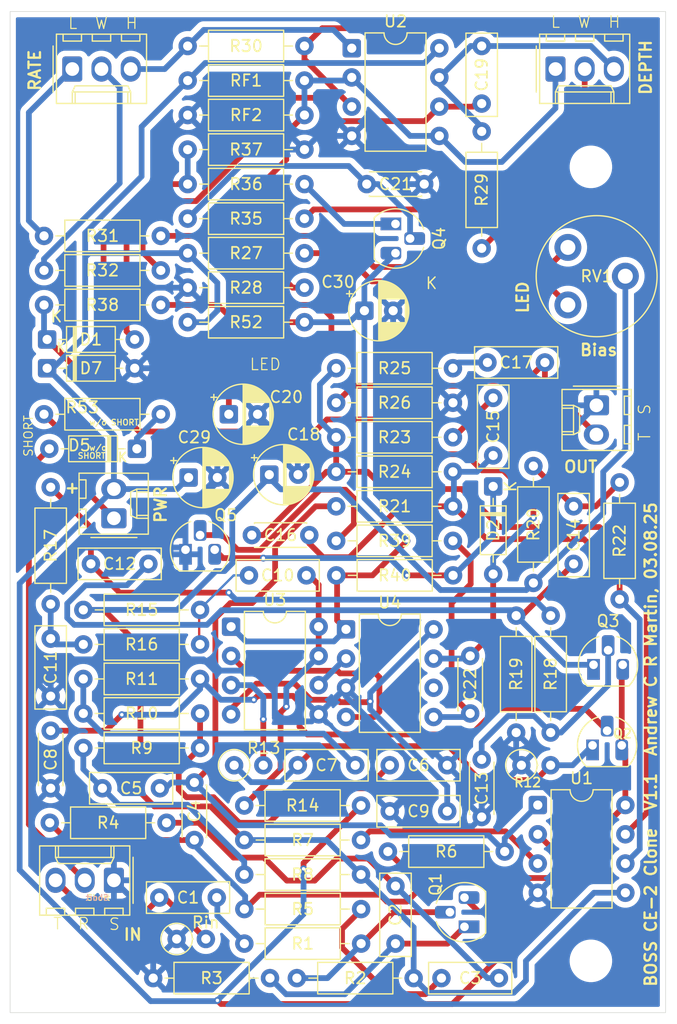
<source format=kicad_pcb>
(kicad_pcb (version 20241229) (generator "pcbnew") (generator_version "9.0")
  (title_block (title "BOSS CE-2 Clone") (date "2025-08-03") (rev "V1.1") (company "Andrew C.R. Martin") (comment 1 "V1.1 corrects input to U1, adds Rin and fixed labels; removed LED"))
  (layers (0 "F.Cu" signal) (2 "B.Cu" signal) (13 "F.Paste" user) (15 "B.Paste" user) (5 "F.SilkS" user "F.Silkscreen") (7 "B.SilkS" user "B.Silkscreen") (1 "F.Mask" user) (3 "B.Mask" user) (25 "Edge.Cuts" user))
  (net 0 "")
  (net 1 "Net-(J1-Pin_3)")
  (net 2 "Net-(C1-Pad2)")
  (net 3 "Net-(C2-Pad2)")
  (net 4 "Net-(Q1-E)")
  (net 5 "Net-(C3-Pad2)")
  (net 6 "Net-(C4-Pad2)")
  (net 7 "Net-(U1A-+)")
  (net 8 "Net-(C5-Pad2)")
  (net 9 "Net-(C6-Pad2)")
  (net 10 "GND")
  (net 11 "Net-(Q2-E)")
  (net 12 "Net-(C7-Pad2)")
  (net 13 "Net-(Q2-B)")
  (net 14 "Net-(U3-VGG)")
  (net 15 "Net-(C10-Pad1)")
  (net 16 "Net-(U3-OUT1)")
  (net 17 "Net-(C11-Pad1)")
  (net 18 "Net-(Q3-E)")
  (net 19 "Net-(C12-Pad1)")
  (net 20 "Net-(Q3-B)")
  (net 21 "Net-(C14-Pad2)")
  (net 22 "Net-(U1B--)")
  (net 23 "Net-(C15-Pad2)")
  (net 24 "Net-(C16-Pad2)")
  (net 25 "Net-(C17-Pad1)")
  (net 26 "Net-(J2-Pin_2)")
  (net 27 "+4.5V")
  (net 28 "Net-(U2B--)")
  (net 29 "Net-(J5-Pin_3)")
  (net 30 "Net-(J5-Pin_1)")
  (net 31 "Net-(Q4-B)")
  (net 32 "Net-(U4-OX3)")
  (net 33 "Net-(D1-K)")
  (net 34 "+9V")
  (net 35 "+9VA")
  (net 36 "Net-(D1-A)")
  (net 37 "Net-(D2-K)")
  (net 38 "Net-(D5-A)")
  (net 39 "Net-(D5-K)")
  (net 40 "Net-(J3-Pin_1)")
  (net 41 "Net-(J4-Pin_2)")
  (net 42 "Net-(J4-Pin_1)")
  (net 43 "Net-(J5-Pin_2)")
  (net 44 "Net-(Q1-B)")
  (net 45 "Net-(Q4-E)")
  (net 46 "Net-(Q5-B)")
  (net 47 "Net-(U1A--)")
  (net 48 "Net-(U3-IN)")
  (net 49 "Net-(R27-Pad2)")
  (net 50 "Net-(R28-Pad1)")
  (net 51 "Net-(U2A-+)")
  (net 52 "Net-(J4-Pin_3)")
  (net 53 "Net-(U3-CP2)")
  (net 54 "Net-(U3-CP1)")
  (footprint "Resistor_THT:R_Axial_DIN0207_L6.3mm_D2.5mm_P2.54mm_Vertical" (layer "F.Cu") (at 77.455 109)
    (property "Reference" "R12")
    (property "Value" "10K")
  )
  (footprint "Resistor_THT:R_Axial_DIN0207_L6.3mm_D2.5mm_P2.54mm_Vertical" (layer "F.Cu") (at 47.46 124.1)
    (property "Reference" "Rin1" (hide yes))
    (property "Value" "1M" (hide yes))
  )
  (footprint "Package_TO_SOT_THT:TO-92L_HandSolder" (layer "F.Cu") (at 72.5 123.04 90)
    (property "Reference" "Q1")
    (property "Value" "2N5088")
  )
  (footprint "Capacitor_THT:C_Disc_D4.3mm_W1.9mm_P5.00mm" (layer "F.Cu") (at 59 89 180)
    (property "Reference" "C16")
    (property "Value" "100p")
  )
  (footprint "Capacitor_THT:C_Disc_D4.3mm_W1.9mm_P5.00mm" (layer "F.Cu") (at 74 108.5 -90)
    (property "Reference" "C13")
    (property "Value" "470p")
  )
  (footprint "Capacitor_THT:C_Rect_L7.0mm_W2.5mm_P5.00mm" (layer "F.Cu") (at 74 51.5 90)
    (property "Reference" "C19")
    (property "Value" "100n")
  )
  (footprint "Resistor_THT:R_Axial_DIN0207_L6.3mm_D2.5mm_P10.16mm_Horizontal" (layer "F.Cu") (at 78.5 83 -90)
    (property "Reference" "R20")
    (property "Value" "1M")
  )
  (footprint "Resistor_THT:R_Axial_DIN0207_L6.3mm_D2.5mm_P10.16mm_Horizontal" (layer "F.Cu") (at 61.34 86.5)
    (property "Reference" "R21")
    (property "Value" "47K")
  )
  (footprint "Resistor_THT:R_Axial_DIN0207_L6.3mm_D2.5mm_P10.16mm_Horizontal" (layer "F.Cu") (at 46.08 69 180)
    (property "Reference" "R38")
    (property "Value" "150K")
  )
  (footprint "Resistor_THT:R_Axial_DIN0207_L6.3mm_D2.5mm_P10.16mm_Horizontal" (layer "F.Cu") (at 36.5 95 90)
    (property "Reference" "R17")
    (property "Value" "10K")
  )
  (footprint "Resistor_THT:R_Axial_DIN0207_L6.3mm_D2.5mm_P10.16mm_Horizontal" (layer "F.Cu") (at 36.42 114)
    (property "Reference" "R4")
    (property "Value" "47K")
  )
  (footprint "Resistor_THT:R_Axial_DIN0207_L6.3mm_D2.5mm_P10.16mm_Horizontal" (layer "F.Cu") (at 53.35 124.5)
    (property "Reference" "R1")
    (property "Value" "1K")
  )
  (footprint "Capacitor_THT:CP_Radial_D5.0mm_P2.50mm" (layer "F.Cu") (at 52 78.5)
    (property "Reference" "C20")
    (property "Value" "47u/6.3V")
  )
  (footprint "Resistor_THT:R_Axial_DIN0207_L6.3mm_D2.5mm_P2.54mm_Vertical" (layer "F.Cu") (at 52.46 109)
    (property "Reference" "R13")
    (property "Value" "4K7")
  )
  (footprint "Resistor_THT:R_Axial_DIN0207_L6.3mm_D2.5mm_P10.16mm_Horizontal" (layer "F.Cu") (at 76 116.5 180)
    (property "Reference" "R6")
    (property "Value" "47K")
  )
  (footprint "Resistor_THT:R_Axial_DIN0207_L6.3mm_D2.5mm_P10.16mm_Horizontal" (layer "F.Cu") (at 63.5 112.5 180)
    (property "Reference" "R14")
    (property "Value" "56K")
  )
  (footprint "MountingHole:MountingHole_3.2mm_M3" (layer "F.Cu") (at 38.5 126)
    (property "Reference" "REF**" (hide yes))
    (property "Value" "MountingHole_3.2mm_M3" (hide yes))
  )
  (footprint "Resistor_THT:R_Axial_DIN0207_L6.3mm_D2.5mm_P10.16mm_Horizontal" (layer "F.Cu") (at 86 84.42 -90)
    (property "Reference" "R22")
    (property "Value" "47K")
  )
  (footprint "Resistor_THT:R_Axial_DIN0207_L6.3mm_D2.5mm_P10.16mm_Horizontal" (layer "F.Cu") (at 49.5 95.5 180)
    (property "Reference" "R15")
    (property "Value" "330K")
  )
  (footprint "Resistor_THT:R_Axial_DIN0207_L6.3mm_D2.5mm_P10.16mm_Horizontal" (layer "F.Cu") (at 48.42 70.5)
    (property "Reference" "R52")
    (property "Value" "33R")
  )
  (footprint "Resistor_THT:R_Axial_DIN0207_L6.3mm_D2.5mm_P10.16mm_Horizontal" (layer "F.Cu") (at 61.34 77.5)
    (property "Reference" "R26")
    (property "Value" "100K")
  )
  (footprint "Diode_THT:D_DO-35_SOD27_P7.62mm_Horizontal" (layer "F.Cu") (at 44 81.5 180)
    (property "Reference" "D5")
    (property "Value" "1N4148")
  )
  (footprint "Capacitor_THT:C_Rect_L7.0mm_W2.5mm_P5.00mm" (layer "F.Cu") (at 75 82.08 90)
    (property "Reference" "C15")
    (property "Value" "6n8")
  )
  (footprint "Capacitor_THT:C_Rect_L7.0mm_W2.5mm_P5.00mm" (layer "F.Cu") (at 46 111 180)
    (property "Reference" "C5")
    (property "Value" "33n")
  )
  (footprint "Capacitor_THT:C_Rect_L7.0mm_W2.5mm_P5.00mm" (layer "F.Cu") (at 40 91.5)
    (property "Reference" "C12")
    (property "Value" "8n2")
  )
  (footprint "Resistor_THT:R_Axial_DIN0207_L6.3mm_D2.5mm_P10.16mm_Horizontal" (layer "F.Cu") (at 74 64.08 90)
    (property "Reference" "R29")
    (property "Value" "33K")
  )
  (footprint "Resistor_THT:R_Axial_DIN0207_L6.3mm_D2.5mm_P10.16mm_Horizontal" (layer "F.Cu") (at 35.92 63)
    (property "Reference" "R31")
    (property "Value" "10K")
  )
  (footprint "Diode_THT:D_DO-35_SOD27_P7.62mm_Horizontal" (layer "F.Cu") (at 36.19 74.5)
    (property "Reference" "D7")
    (property "Value" "11V,0.5W")
  )
  (footprint "Capacitor_THT:C_Rect_L7.0mm_W2.5mm_P5.00mm" (layer "F.Cu") (at 82 91.5 90)
    (property "Reference" "C14")
    (property "Value" "33n")
  )
  (footprint "Resistor_THT:R_Axial_DIN0207_L6.3mm_D2.5mm_P10.16mm_Horizontal" (layer "F.Cu") (at 49.5 104.5 180)
    (property "Reference" "R10")
    (property "Value" "10K")
  )
  (footprint "Capacitor_THT:C_Disc_D4.3mm_W1.9mm_P5.00mm" (layer "F.Cu") (at 73 99.5 -90)
    (property "Reference" "C22")
    (property "Value" "47p")
  )
  (footprint "Potentiometer_THT:Potentiometer_Piher_PT-10-V05_Vertical" (layer "F.Cu") (at 81.5 69)
    (property "Reference" "RV1")
    (property "Value" "10K")
  )
  (footprint "Capacitor_THT:CP_Radial_D5.0mm_P2.50mm" (layer "F.Cu") (at 63.794888 69.5)
    (property "Reference" "C30")
    (property "Value" "220u/10V")
  )
  (footprint "Capacitor_THT:C_Rect_L7.0mm_W2.5mm_P5.00mm" (layer "F.Cu") (at 58 109)
    (property "Reference" "C7")
    (property "Value" "8n2")
  )
  (footprint "Resistor_THT:R_Axial_DIN0207_L6.3mm_D2.5mm_P10.16mm_Horizontal" (layer "F.Cu") (at 63.5 115.5 180)
    (property "Reference" "R7")
    (property "Value" "10K")
  )
  (footprint "Diode_THT:D_DO-35_SOD27_P7.62mm_Horizontal" (layer "F.Cu") (at 75 84.77 -90)
    (property "Reference" "D2")
    (property "Value" "1N4148")
  )
  (footprint "Resistor_THT:R_Axial_DIN0207_L6.3mm_D2.5mm_P10.16mm_Horizontal" (layer "F.Cu") (at 53.34 118.5)
    (property "Reference" "R8")
    (property "Value" "100K")
  )
  (footprint "Resistor_THT:R_Axial_DIN0207_L6.3mm_D2.5mm_P10.16mm_Horizontal" (layer "F.Cu") (at 48.42 49.5)
    (property "Reference" "RF1")
    (property "Value" "10K")
  )
  (footprint "Resistor_THT:R_Axial_DIN0207_L6.3mm_D2.5mm_P10.16mm_Horizontal" (layer "F.Cu") (at 71.5 80.5 180)
    (property "Reference" "R23")
    (property "Value" "10K")
  )
  (footprint "Resistor_THT:R_Axial_DIN0207_L6.3mm_D2.5mm_P10.16mm_Horizontal" (layer "F.Cu") (at 48.42 55.5)
    (property "Reference" "R37")
    (property "Value" "4K7")
  )
  (footprint "Capacitor_THT:C_Rect_L7.0mm_W2.5mm_P5.00mm" (layer "F.Cu") (at 36.5 98 -90)
    (property "Reference" "C11")
    (property "Value" "3n3")
  )
  (footprint "Resistor_THT:R_Axial_DIN0207_L6.3mm_D2.5mm_P10.16mm_Horizontal" (layer "F.Cu") (at 39.34 101.5)
    (property "Reference" "R11")
    (property "Value" "10K")
  )
  (footprint "Resistor_THT:R_Axial_DIN0207_L6.3mm_D2.5mm_P10.16mm_Horizontal" (layer "F.Cu") (at 61.35 92.5)
    (property "Reference" "R40")
    (property "Value" "2K7")
  )
  (footprint "Package_TO_SOT_THT:TO-92L_HandSolder" (layer "F.Cu") (at 48.23 90.27)
    (property "Reference" "Q5")
    (property "Value" "2N5088")
  )
  (footprint "Resistor_THT:R_Axial_DIN0207_L6.3mm_D2.5mm_P10.16mm_Horizontal" (layer "F.Cu") (at 58.58 67.5 180)
    (property "Reference" "R28")
    (property "Value" "4K7")
  )
  (footprint "Resistor_THT:R_Axial_DIN0207_L6.3mm_D2.5mm_P10.16mm_Horizontal" (layer "F.Cu") (at 35.92 66)
    (property "Reference" "R32")
    (property "Value" "1M")
  )
  (footprint "Package_DIP:DIP-8_W7.62mm" (layer "F.Cu") (at 52.195 96.96)
    (property "Reference" "U3")
    (property "Value" "MN3007")
  )
  (footprint "Resistor_THT:R_Axial_DIN0207_L6.3mm_D2.5mm_P10.16mm_Horizontal" (layer "F.Cu") (at 45.42 127.5)
    (property "Reference" "R3")
    (property "Value" "10K")
  )
  (footprint "Resistor_THT:R_Axial_DIN0207_L6.3mm_D2.5mm_P10.16mm_Horizontal" (layer "F.Cu") (at 46.08 78.5 180)
    (property "Reference" "R53")
    (property "Value" "100R")
  )
  (footprint "Diode_THT:D_DO-35_SOD27_P7.62mm_Horizontal" (layer "F.Cu") (at 36.19 72)
    (property "Reference" "D1")
    (property "Value" "1N4148")
  )
  (footprint "Capacitor_THT:C_Rect_L7.0mm_W2.5mm_P5.00mm" (layer "F.Cu") (at 66.5 124.5 90)
    (property "Reference" "C2")
    (property "Value" "470n")
  )
  (footprint "Package_DIP:DIP-8_W7.62mm" (layer "F.Cu") (at 62.695 46.69)
    (property "Reference" "U2")
    (property "Value" "TL022")
  )
  (footprint "Resistor_THT:R_Axial_DIN0207_L6.3mm_D2.5mm_P10.16mm_Horizontal" (layer "F.Cu") (at 80 96 -90)
    (property "Reference" "R18")
    (property "Value" "10K")
  )
  (footprint "Capacitor_THT:C_Rect_L7.0mm_W2.5mm_P5.00mm" (layer "F.Cu") (at 74.5 74)
    (property "Reference" "C17")
    (property "Value" "1u")
  )
  (footprint "Resistor_THT:R_Axial_DIN0207_L6.3mm_D2.5mm_P10.16mm_Horizontal" (layer "F.Cu") (at 57.92 127.5)
    (property "Reference" "R2")
    (property "Value" "470K")
  )
  (footprint "Resistor_THT:R_Axial_DIN0207_L6.3mm_D2.5mm_P10.16mm_Horizontal" (layer "F.Cu") (at 71.5 83.5 180)
    (property "Reference" "R24")
    (property "Value" "47K")
  )
  (footprint "Resistor_THT:R_Axial_DIN0207_L6.3mm_D2.5mm_P10.16mm_Horizontal" (layer "F.Cu") (at 61.34 74.5)
    (property "Reference" "R25")
    (property "Value" "470R")
  )
  (footprint "Capacitor_THT:C_Rect_L7.0mm_W2.5mm_P5.00mm" (layer "F.Cu") (at 66 113)
    (property "Reference" "C9")
    (property "Value" "1u")
  )
  (footprint "Capacitor_THT:C_Rect_L7.0mm_W2.5mm_P5.00mm" (layer "F.Cu") (at 75.5 127.5 180)
    (property "Reference" "C3")
    (property "Value" "6n8")
  )
  (footprint "Capacitor_THT:C_Disc_D4.3mm_W1.9mm_P5.00mm" (layer "F.Cu") (at 49 115.5 90)
    (property "Reference" "C4")
    (property "Value" "100p")
  )
  (footprint "Capacitor_THT:C_Rect_L7.0mm_W2.5mm_P5.00mm" (layer "F.Cu") (at 53.75 92.5)
    (property "Reference" "C10")
    (property "Value" "33n")
  )
  (footprint "Resistor_THT:R_Axial_DIN0207_L6.3mm_D2.5mm_P10.16mm_Horizontal" (layer "F.Cu") (at 48.42 64.5)
    (property "Reference" "R27")
    (property "Value" "4K7")
  )
  (footprint "Resistor_THT:R_Axial_DIN0207_L6.3mm_D2.5mm_P10.16mm_Horizontal" (layer "F.Cu") (at 49.5 98.5 180)
    (property "Reference" "R16")
    (property "Value" "10K")
  )
  (footprint "Capacitor_THT:C_Disc_D4.3mm_W1.9mm_P5.00mm" (layer "F.Cu") (at 64 58.5)
    (property "Reference" "C21")
    (property "Value" "10n")
  )
  (footprint "Capacitor_THT:CP_Radial_D5.0mm_P2.50mm" (layer "F.Cu") (at 55.519888 83.75)
    (property "Reference" "C18")
    (property "Value" "47u/6.3V")
  )
  (footprint "Package_TO_SOT_THT:TO-92L_HandSolder" (layer "F.Cu") (at 83.73 100.27)
    (property "Reference" "Q3")
    (property "Value" "2N5088")
  )
  (footprint "Package_TO_SOT_THT:TO-92L_HandSolder" (layer "F.Cu") (at 83.645 107.27)
    (property "Reference" "Q2")
    (property "Value" "2N5088")
  )
  (footprint "Package_TO_SOT_THT:TO-92L_HandSolder" (layer "F.Cu") (at 66.5 61.96 -90)
    (property "Reference" "Q4")
    (property "Value" "2N5088")
  )
  (footprint "Resistor_THT:R_Axial_DIN0207_L6.3mm_D2.5mm_P10.16mm_Horizontal" (layer "F.Cu") (at 58.58 58.5 180)
    (property "Reference" "R36")
    (property "Value" "4K7")
  )
  (footprint "Resistor_THT:R_Axial_DIN0207_L6.3mm_D2.5mm_P10.16mm_Horizontal" (layer "F.Cu") (at 71.5 89.5 180)
    (property "Reference" "R39")
    (property "Value" "33K")
  )
  (footprint "MountingHole:MountingHole_3.2mm_M3" (layer "F.Cu") (at 83.5 126)
    (property "Reference" "REF**" (hide yes))
    (property "Value" "MountingHole_3.2mm_M3" (hide yes))
  )
  (footprint "Resistor_THT:R_Axial_DIN0207_L6.3mm_D2.5mm_P10.16mm_Horizontal" (layer "F.Cu") (at 58.58 46.5 180)
    (property "Reference" "R30")
    (property "Value" "47K")
  )
  (footprint "Resistor_THT:R_Axial_DIN0207_L6.3mm_D2.5mm_P10.16mm_Horizontal" (layer "F.Cu") (at 77 96 -90)
    (property "Reference" "R19")
    (property "Value" "10K")
  )
  (footprint "Resistor_THT:R_Axial_DIN0207_L6.3mm_D2.5mm_P10.16mm_Horizontal" (layer "F.Cu") (at 58.58 61.5 180)
    (property "Reference" "R35")
    (property "Value" "220K")
  )
  (footprint "MountingHole:MountingHole_3.2mm_M3" (layer "F.Cu") (at 38.5 57)
    (property "Reference" "REF**" (hide yes))
    (property "Value" "MountingHole_3.2mm_M3" (hide yes))
  )
  (footprint "Connector_Molex:Molex_KK-254_AE-6410-02A_1x02_P2.54mm_Vertical" (layer "F.Cu") (at 42 87.54 90)
    (property "Reference" "J3" (hide yes))
    (property "Value" "KK254/2")
  )
  (footprint "Connector_Molex:Molex_KK-254_AE-6410-03A_1x03_P2.54mm_Vertical" (layer "F.Cu") (at 80.42 48.5)
    (property "Reference" "J5" (hide yes))
    (property "Value" "KK254/3")
  )
  (footprint "Resistor_THT:R_Axial_DIN0207_L6.3mm_D2.5mm_P10.16mm_Horizontal" (layer "F.Cu") (at 39.34 107.5)
    (property "Reference" "R9")
    (property "Value" "10K")
  )
  (footprint "Capacitor_THT:CP_Radial_D5.0mm_P2.50mm" (layer "F.Cu") (at 48.5 84)
    (property "Reference" "C29")
    (property "Value" "100u/16V")
  )
  (footprint "Resistor_THT:R_Axial_DIN0207_L6.3mm_D2.5mm_P10.16mm_Horizontal" (layer "F.Cu") (at 58.58 52.5 180)
    (property "Reference" "RF2")
    (property "Value" "10K")
  )
  (footprint "Capacitor_THT:C_Rect_L7.0mm_W2.5mm_P5.00mm" (layer "F.Cu") (at 45.95 120.5)
    (property "Reference" "C1")
    (property "Value" "47n")
  )
  (footprint "MountingHole:MountingHole_3.2mm_M3" (layer "F.Cu") (at 83.5 57)
    (property "Reference" "REF**" (hide yes))
    (property "Value" "MountingHole_3.2mm_M3" (hide yes))
  )
  (footprint "Connector_Molex:Molex_KK-254_AE-6410-02A_1x02_P2.54mm_Vertical" (layer "F.Cu") (at 83.98 77.725 -90)
    (property "Reference" "J2" (hide yes))
    (property "Value" "KK254/2")
  )
  (footprint "Package_DIP:DIP-8_W7.62mm" (layer "F.Cu") (at 78.88 112.46)
    (property "Reference" "U1")
    (property "Value" "RC4558")
  )
  (footprint "Connector_Molex:Molex_KK-254_AE-6410-03A_1x03_P2.54mm_Vertical" (layer "F.Cu") (at 42 119 180)
    (property "Reference" "J1" (hide yes))
    (property "Value" "KK254/3")
  )
  (footprint "Package_DIP:DIP-8_W7.62mm" (layer "F.Cu") (at 62.195 97.19)
    (property "Reference" "U4")
    (property "Value" "MN3101")
  )
  (footprint "Connector_Molex:Molex_KK-254_AE-6410-03A_1x03_P2.54mm_Vertical" (layer "F.Cu") (at 38.38 48.5)
    (property "Reference" "J4" (hide yes))
    (property "Value" "KK254/3")
  )
  (footprint "Capacitor_THT:C_Disc_D4.3mm_W1.9mm_P5.00mm" (layer "F.Cu") (at 36.5 111 90)
    (property "Reference" "C8")
    (property "Value" "470p")
  )
  (footprint "Resistor_THT:R_Axial_DIN0207_L6.3mm_D2.5mm_P10.16mm_Horizontal" (layer "F.Cu") (at 53.35 121.5)
    (property "Reference" "R5")
    (property "Value" "10K")
  )
  (footprint "Capacitor_THT:C_Rect_L7.0mm_W2.5mm_P5.00mm" (layer "F.Cu") (at 71 109 180)
    (property "Reference" "C6")
    (property "Value" "3n3")
  )
  (gr_rect (start 32.97 43.5) (end 90 130.5) (stroke (width 0.05)) (fill no) (layer "Edge.Cuts"))
  (gr_text "w/o" (at 39.8 81.7 0) (layer "F.SilkS") (effects (font (size 0.5 0.5) (thickness 0.1)) (justify left bottom)))
  (gr_text "+" (at 37.625 85.45 0) (layer "F.SilkS") (effects (font (size 1 1) (thickness 0.2) (bold yes)) (justify left bottom)))
  (gr_text "R" (at 38.8 123.35 0) (layer "F.SilkS") (effects (font (size 1 1) (thickness 0.1)) (justify left bottom)))
  (gr_text "Short" (at 39.6 120.8 0) (layer "F.SilkS") (effects (font (size 0.5 0.5) (thickness 0.1)) (justify left bottom)))
  (gr_text "LED" (at 53.75 74.75 0) (layer "F.SilkS") (effects (font (size 1 1) (thickness 0.1)) (justify left bottom)))
  (gr_text "Rin" (at 48.7 123.25 0) (layer "F.SilkS") (effects (font (size 1 1)) (justify left bottom)))
  (gr_text "L  W  H" (at 37.95 45.1 0) (layer "F.SilkS") (effects (font (size 1 1) (thickness 0.1)) (justify left bottom)))
  (gr_text "T" (at 36.65 123.35 0) (layer "F.SilkS") (effects (font (size 1 1) (thickness 0.1)) (justify left bottom)))
  (gr_text "Bias" (at 82.45 73.5 0) (layer "F.SilkS") (effects (font (size 1 1) (thickness 0.2) (bold yes)) (justify left bottom)))
  (gr_text "IN" (at 42.75 124.3 0) (layer "F.SilkS") (effects (font (size 1 1) (thickness 0.2) (bold yes)) (justify left bottom)))
  (gr_text "L  W  H" (at 79.95 45 0) (layer "F.SilkS") (effects (font (size 1 1) (thickness 0.1)) (justify left bottom)))
  (gr_text "K" (at 69.05 67.7 0) (layer "F.SilkS") (effects (font (size 1 1) (thickness 0.125)) (justify left bottom)))
  (gr_text "w/o SHORT" (at 39.8 79.5 0) (layer "F.SilkS") (effects (font (size 0.5 0.5) (thickness 0.1)) (justify left bottom)))
  (gr_text "DEPTH" (at 88.85 50.85 90) (layer "F.SilkS") (effects (font (size 1 1) (thickness 0.2) (bold yes)) (justify left bottom)))
  (gr_text "SHORT" (at 35 82.25 90) (layer "F.SilkS") (effects (font (size 0.75 0.75) (thickness 0.1)) (justify left bottom)))
  (gr_text "LED" (at 78.15 69.825 90) (layer "F.SilkS") (effects (font (size 1 1) (thickness 0.2) (bold yes)) (justify left bottom)))
  (gr_text "OUT" (at 81.05 83.65 0) (layer "F.SilkS") (effects (font (size 1 1) (thickness 0.2) (bold yes)) (justify left bottom)))
  (gr_text "BOSS CE-2 Clone  V1.1  Andrew C R Martin, 03.08.25" (at 89.3 128.35 90) (layer "F.SilkS") (effects (font (size 1 1) (thickness 0.2) (bold yes)) (justify left bottom)))
  (gr_text "S" (at 41.5 123.4 0) (layer "F.SilkS") (effects (font (size 1 1) (thickness 0.1)) (justify left bottom)))
  (gr_text "PWR" (at 46.65 88.05 90) (layer "F.SilkS") (effects (font (size 1 1) (thickness 0.2) (bold yes)) (justify left bottom)))
  (gr_text "RATE" (at 35.7 50.5 90) (layer "F.SilkS") (effects (font (size 1 1) (thickness 0.2) (bold yes)) (justify left bottom)))
  (gr_text "T  S" (at 88.75 80.9 90) (layer "F.SilkS") (effects (font (size 1 1) (thickness 0.1)) (justify left bottom)))
  (gr_text "\nSHORT" (at 38.8 82.4 0) (layer "F.SilkS") (effects (font (size 0.5 0.5) (thickness 0.1)) (justify left bottom)))
  (gr_text "Short" (at 41.6 120.8 0) (layer "B.SilkS") (effects (font (size 0.5 0.5) (thickness 0.1)) (justify left bottom mirror)))
  (segment (start 36.92 119) (end 39.42 121.5) (width 0.5) (layer "F.Cu") (net 1))
  (segment (start 46.4 120.5) (end 45.95 120.5) (width 0.5) (layer "F.Cu") (net 1))
  (segment (start 45 121.5) (end 46 120.5) (width 0.5) (layer "F.Cu") (net 1))
  (segment (start 39.42 121.5) (end 45 121.5) (width 0.5) (layer "F.Cu") (net 1))
  (segment (start 50 124.1) (end 46.4 120.5) (width 0.5) (layer "F.Cu") (net 1))
  (segment (start 51 122.08) (end 51 120.5) (width 0.5) (layer "B.Cu") (net 2))
  (segment (start 53.42 124.5) (end 51 122.08) (width 0.5) (layer "B.Cu") (net 2))
  (segment (start 46.58 114) (end 49.38 114) (width 0.5) (layer "F.Cu") (net 3))
  (segment (start 52.405 117.025) (end 55.05 117.025) (width 0.5) (layer "F.Cu") (net 3))
  (segment (start 49.38 114) (end 52.405 117.025) (width 0.5) (layer "F.Cu") (net 3))
  (segment (start 64.11 117.11) (end 66.5 119.5) (width 0.5) (layer "F.Cu") (net 3))
  (segment (start 61.39 117.11) (end 64.11 117.11) (width 0.5) (layer "F.Cu") (net 3))
  (segment (start 57.05 119.025) (end 59.475 119.025) (width 0.5) (layer "F.Cu") (net 3))
  (segment (start 55.05 117.025) (end 57.05 119.025) (width 0.5) (layer "F.Cu") (net 3))
  (segment (start 59.475 119.025) (end 61.39 117.11) (width 0.5) (layer "F.Cu") (net 3))
  (segment (start 66.5 119.5) (end 74.5 127.5) (width 0.5) (layer "B.Cu") (net 3))
  (segment (start 74.5 127.5) (end 75.5 127.5) (width 0.5) (layer "B.Cu") (net 3))
  (segment (start 71.04 124.5) (end 72.5 123.04) (width 0.5) (layer "F.Cu") (net 4))
  (segment (start 66.5 124.5) (end 71.04 124.5) (width 0.5) (layer "F.Cu") (net 4))
  (segment (start 56.98 128.9) (end 62.1 128.9) (width 0.5) (layer "B.Cu") (net 4))
  (segment (start 55.58 127.5) (end 56.98 128.9) (width 0.5) (layer "B.Cu") (net 4))
  (segment (start 62.1 128.9) (end 66.5 124.5) (width 0.5) (layer "B.Cu") (net 4))
  (segment (start 70.5 127.5) (end 69.11 128.89) (width 0.5) (layer "F.Cu") (net 5))
  (segment (start 65.89 128.89) (end 61.85 124.85) (width 0.5) (layer "F.Cu") (net 5))
  (segment (start 61.85 123.23) (end 63.58 121.5) (width 0.5) (layer "F.Cu") (net 5))
  (segment (start 61.85 124.85) (end 61.85 123.23) (width 0.5) (layer "F.Cu") (net 5))
  (segment (start 69.11 128.89) (end 65.89 128.89) (width 0.5) (layer "F.Cu") (net 5))
  (segment (start 56.0271 92.9129) (end 56.0271 90.0271) (width 0.5) (layer "F.Cu") (net 6))
  (segment (start 50.83 108.67) (end 49 110.5) (width 0.5) (layer "F.Cu") (net 6))
  (segment (start 59.5542 86.5) (end 61.42 86.5) (width 0.5) (layer "F.Cu") (net 6))
  (segment (start 50.83 108.67) (end 50.83 96.21) (width 0.5) (layer "F.Cu") (net 6))
  (segment (start 50.83 96.21) (end 52.13 94.91) (width 0.5) (layer "F.Cu") (net 6))
  (segment (start 52.13 94.91) (end 54.03 94.91) (width 0.5) (layer "F.Cu") (net 6))
  (segment (start 54.03 94.91) (end 56.0271 92.9129) (width 0.5) (layer "F.Cu") (net 6))
  (segment (start 56.0271 90.0271) (end 59.5542 86.5) (width 0.5) (layer "F.Cu") (net 6))
  (segment (start 76 115.34) (end 76 116.5) (width 0.5) (layer "B.Cu") (net 6))
  (segment (start 46.5 111) (end 47 110.5) (width 0.5) (layer "B.Cu") (net 6))
  (segment (start 46 111) (end 46.5 111) (width 0.5) (layer "B.Cu") (net 6))
  (segment (start 74.6 115.1) (end 66.1 115.1) (width 0.5) (layer "B.Cu") (net 6))
  (segment (start 76 116.5) (end 74.6 115.1) (width 0.5) (layer "B.Cu") (net 6))
  (segment (start 76 115.34) (end 78.88 112.46) (width 0.5) (layer "B.Cu") (net 6))
  (segment (start 65.22 114.22) (end 52.72 114.22) (width 0.5) (layer "B.Cu") (net 6))
  (segment (start 66.1 115.1) (end 65.22 114.22) (width 0.5) (layer "B.Cu") (net 6))
  (segment (start 47 110.5) (end 49 110.5) (width 0.5) (layer "B.Cu") (net 6))
  (segment (start 52.72 114.22) (end 49 110.5) (width 0.5) (layer "B.Cu") (net 6))
  (segment (start 64.249 114.751) (end 76.091 114.751) (width 0.5) (layer "F.Cu") (net 7))
  (segment (start 76.091 114.751) (end 78.88 117.54) (width 0.5) (layer "F.Cu") (net 7))
  (segment (start 63.5 115.5) (end 64.249 114.751) (width 0.5) (layer "F.Cu") (net 7))
  (segment (start 53.34 118.5) (end 53.34 117.36863) (width 0.5) (layer "B.Cu") (net 8))
  (segment (start 39.34 107.5) (end 39.34 109.34) (width 0.5) (layer "B.Cu") (net 8))
  (segment (start 42.43 112.43) (end 41 111) (width 0.5) (layer "B.Cu") (net 8))
  (segment (start 53.34 117.36863) (end 48.40137 112.43) (width 0.5) (layer "B.Cu") (net 8))
  (segment (start 39.34 109.34) (end 41 111) (width 0.5) (layer "B.Cu") (net 8))
  (segment (start 48.40137 112.43) (end 42.43 112.43) (width 0.5) (layer "B.Cu") (net 8))
  (segment (start 49.42 107.42) (end 49.5 107.5) (width 0.5) (layer "F.Cu") (net 9))
  (segment (start 48.31847 111.78) (end 50.68 111.78) (width 0.5) (layer "F.Cu") (net 9))
  (segment (start 55.5 114) (end 58.5 111) (width 0.5) (layer "F.Cu") (net 9))
  (segment (start 49.5 107.5) (end 47.64 109.36) (width 0.5) (layer "F.Cu") (net 9))
  (segment (start 50.68 111.78) (end 52.9 114) (width 0.5) (layer "F.Cu") (net 9))
  (segment (start 47.64 109.36) (end 47.64 111.10153) (width 0.5) (layer "F.Cu") (net 9))
  (segment (start 52.9 114) (end 55.5 114) (width 0.5) (layer "F.Cu") (net 9))
  (segment (start 47.64 111.10153) (end 48.31847 111.78) (width 0.5) (layer "F.Cu") (net 9))
  (segment (start 49.5 107.5) (end 49.5 104.5) (width 0.5) (layer "F.Cu") (net 9))
  (segment (start 58.5 111) (end 64 111) (width 0.5) (layer "F.Cu") (net 9))
  (segment (start 64 111) (end 66 109) (width 0.5) (layer "F.Cu") (net 9))
  (segment (start 41.1 62.625594) (end 41.1 71.79) (width 0.5) (layer "F.Cu") (net 10))
  (segment (start 54.5 78.5) (end 54.601 78.601) (width 0.5) (layer "F.Cu") (net 10))
  (segment (start 46.09 54.83) (end 48.42 52.5) (width 0.5) (layer "F.Cu") (net 10))
  (segment (start 74.55705 113.5) (end 74 113.5) (width 0.5) (layer "F.Cu") (net 10))
  (segment (start 41.1 62.625594) (end 41.114406 62.625594) (width 0.5) (layer "F.Cu") (net 10))
  (segment (start 46.09 57.65) (end 46.09 54.83) (width 0.5) (layer "F.Cu") (net 10))
  (segment (start 41.114406 62.625594) (end 46.09 57.65) (width 0.5) (layer "F.Cu") (net 10))
  (segment (start 41.1 71.79) (end 43.81 74.5) (width 0.5) (layer "F.Cu") (net 10))
  (segment (start 34.86 94.65) (end 39.43 90.08) (width 0.5) (layer "B.Cu") (net 10))
  (segment (start 51 84) (end 51 80.2) (width 0.5) (layer "B.Cu") (net 10))
  (segment (start 58 82.5) (end 58 84) (width 0.5) (layer "B.Cu") (net 10))
  (segment (start 51 82) (end 54.5 78.5) (width 0.5) (layer "B.Cu") (net 10))
  (segment (start 71.5 77.5) (end 73.5 79.5) (width 0.5) (layer "B.Cu") (net 10))
  (segment (start 45.78 122.42) (end 47.46 124.1) (width 0.5) (layer "B.Cu") (net 10))
  (segment (start 69 58.5) (end 66.885 58.5) (width 0.5) (layer "B.Cu") (net 10))
  (segment (start 45.42 127.5) (end 45.42 122.42) (width 0.5) (layer "B.Cu") (net 10))
  (segment (start 56 104.88) (end 56.31 105.19) (width 0.5) (layer "B.Cu") (net 10))
  (segment (start 59.815 104.58) (end 62.125 102.27) (width 0.5) (layer "B.Cu") (net 10))
  (segment (start 80.87 118.09) (end 78.88 120.08) (width 0.5) (layer "B.Cu") (net 10))
  (segment (start 59.815 104.58) (end 59.58 104.58) (width 0.5) (layer "B.Cu") (net 10))
  (segment (start 43.81 74.5) (end 41.6 72.29) (width 0.5) (layer "B.Cu") (net 10))
  (segment (start 41.6 69.7) (end 43.8 67.5) (width 0.5) (layer "B.Cu") (net 10))
  (segment (start 69.799999 65.994889) (end 66.294888 69.5) (width 0.5) (layer "B.Cu") (net 10))
  (segment (start 51 80.2) (end 45.3 74.5) (width 0.5) (layer "B.Cu") (net 10))
  (segment (start 42 119) (end 42 116.5) (width 0.5) (layer "B.Cu") (net 10))
  (segment (start 66.294888 72.294888) (end 71.5 77.5) (width 0.5) (layer "B.Cu") (net 10))
  (segment (start 43.8 67.5) (end 48.42 67.5) (width 0.5) (layer "B.Cu") (net 10))
  (segment (start 67.75 111.5) (end 66.25 113) (width 0.5) (layer "B.Cu") (net 10))
  (segment (start 62.195 102.27) (end 62.195 103.025) (width 0.5) (layer "B.Cu") (net 10))
  (segment (start 77 108.545) (end 77.455 109) (width 0.5) (layer "B.Cu") (net 10))
  (segment (start 81.9 118.09) (end 80.87 118.09) (width 0.5) (layer "B.Cu") (net 10))
  (segment (start 45.42 122.42) (end 45.78 122.42) (width 0.5) (layer "B.Cu") (net 10))
  (segment (start 77.518292 109) (end 81.9 113.381708) (width 0.5) (layer "B.Cu") (net 10))
  (segment (start 51.42 55.5) (end 48.42 52.5) (width 0.5) (layer "B.Cu") (net 10))
  (segment (start 56 102.575) (end 56 104.88) (width 0.5) (layer "B.Cu") (net 10))
  (segment (start 69.799999 59.299999) (end 69.799999 65.994889) (width 0.5) (layer "B.Cu") (net 10))
  (segment (start 51 84.4) (end 51 84) (width 0.5) (layer "B.Cu") (net 10))
  (segment (start 41.6 72.29) (end 41.6 69.7) (width 0.5) (layer "B.Cu") (net 10))
  (segment (start 77.455 109) (end 74 112.455) (width 0.5) (layer "B.Cu") (net 10))
  (segment (start 36.5 101.86863) (end 38.56863 99.8) (width 0.5) (layer "B.Cu") (net 10))
  (segment (start 51 84) (end 51 82) (width 0.5) (layer "B.Cu") (net 10))
  (segment (start 56.31 105.19) (end 59.205 105.19) (width 0.5) (layer "B.Cu") (net 10))
  (segment (start 62.195 103.025) (end 67.75 108.58) (width 0.5) (layer "B.Cu") (net 10))
  (segment (start 59.205 105.19) (end 59.815 104.58) (width 0.5) (layer "B.Cu") (net 10))
  (segment (start 34.86 100.539) (end 34.86 94.65) (width 0.5) (layer "B.Cu") (net 10))
  (segment (start 42 116.5) (end 36.5 111) (width 0.5) (layer "B.Cu") (net 10))
  (segment (start 82.205 79.5) (end 83.98 77.725) (width 0.5) (layer "B.Cu") (net 10))
  (segment (start 49.8 99.8) (end 50.775 100.775) (width 0.5) (layer "B.Cu") (net 10))
  (segment (start 74 113.5) (end 73.200001 114.299999) (width 0.5) (layer "B.Cu") (net 10))
  (segment (start 45.3 74.5) (end 43.81 74.5) (width 0.5) (layer "B.Cu") (net 10))
  (segment (start 66.294888 69.5) (end 66.294888 72.294888) (width 0.5) (layer "B.Cu") (net 10))
  (segment (start 67.299999 114.299999) (end 66 113) (width 0.5) (layer "B.Cu") (net 10))
  (segment (start 45.42 122.42) (end 42 119) (width 0.5) (layer "B.Cu") (net 10))
  (segment (start 38.56863 99.8) (end 49.8 99.8) (width 0.5) (layer "B.Cu") (net 10))
  (segment (start 34.94 104.56) (end 36.5 103) (width 0.5) (layer "B.Cu") (net 10))
  (segment (start 59.58 104.58) (end 59.5 104.5) (width 0.5) (layer "B.Cu") (net 10))
  (segment (start 36.5 103) (end 36.5 101.86863) (width 0.5) (layer "B.Cu") (net 10))
  (segment (start 66.885 58.5) (end 62.695 54.31) (width 0.5) (layer "B.Cu") (net 10))
  (segment (start 48.23 87.17) (end 51 84.4) (width 0.5) (layer "B.Cu") (net 10))
  (segment (start 81.9 113.381708) (end 81.9 118.09) (width 0.5) (layer "B.Cu") (net 10))
  (segment (start 54.5 78.5) (end 54.5 79) (width 0.5) (layer "B.Cu") (net 10))
  (segment (start 67.75 108.58) (end 67.75 111.5) (width 0.5) (layer "B.Cu") (net 10))
  (segment (start 73.200001 114.299999) (end 67.299999 114.299999) (width 0.5) (layer "B.Cu") (net 10))
  (segment (start 39.43 90.08) (end 48.04 90.08) (width 0.5) (layer "B.Cu") (net 10))
  (segment (start 36.18963 101.86863) (end 34.86 100.539) (width 0.5) (layer "B.Cu") (net 10))
  (segment (start 34.94 109.44) (end 34.94 104.56) (width 0.5) (layer "B.Cu") (net 10))
  (segment (start 74 112.455) (end 74 113.5) (width 0.5) (layer "B.Cu") (net 10))
  (segment (start 62.125 102.27) (end 62.195 102.27) (width 0.5) (layer "B.Cu") (net 10))
  (segment (start 74 113.5) (end 74 112) (width 0.5) (layer "B.Cu") (net 10))
  (segment (start 77.455 109) (end 77.518292 109) (width 0.5) (layer "B.Cu") (net 10))
  (segment (start 48.23 90.27) (end 48.23 87.17) (width 0.5) (layer "B.Cu") (net 10))
  (segment (start 50.775 100.775) (end 54.2 100.775) (width 0.5) (layer "B.Cu") (net 10))
  (segment (start 62.195 102.781943) (end 62.195 102.27) (width 0.5) (layer "B.Cu") (net 10))
  (segment (start 36.5 101.86863) (end 36.18963 101.86863) (width 0.5) (layer "B.Cu") (net 10))
  (segment (start 60.13705 104.58) (end 59.815 104.58) (width 0.5) (layer "B.Cu") (net 10))
  (segment (start 54.2 100.775) (end 56 102.575) (width 0.5) (layer "B.Cu") (net 10))
  (segment (start 54.5 79) (end 58 82.5) (width 0.5) (layer "B.Cu") (net 10))
  (segment (start 73.5 79.5) (end 82.205 79.5) (width 0.5) (layer "B.Cu") (net 10))
  (segment (start 77 106.16) (end 77 108.545) (width 0.5) (layer "B.Cu") (net 10))
  (segment (start 48.04 90.08) (end 48.23 90.27) (width 0.5) (layer "B.Cu") (net 10))
  (segment (start 66.25 113) (end 66 113) (width 0.5) (layer "B.Cu") (net 10))
  (segment (start 69 58.5) (end 69.799999 59.299999) (width 0.5) (layer "B.Cu") (net 10))
  (segment (start 62.695 54.31) (end 59.77 54.31) (width 0.5) (layer "B.Cu") (net 10))
  (segment (start 36.5 111) (end 34.94 109.44) (width 0.5) (layer "B.Cu") (net 10))
  (segment (start 59.77 54.31) (end 58.58 55.5) (width 0.5) (layer "B.Cu") (net 10))
  (segment (start 74 112) (end 71 109) (width 0.5) (layer "B.Cu") (net 10))
  (segment (start 58.58 55.5) (end 51.42 55.5) (width 0.5) (layer "B.Cu") (net 10))
  (segment (start 59.66 107.34) (end 71.109182 107.34) (width 0.5) (layer "F.Cu") (net 11))
  (segment (start 72.749 109.19195) (end 73.84705 110.29) (width 0.5) (layer "F.Cu") (net 11))
  (segment (start 58 109) (end 59.66 107.34) (width 0.5) (layer "F.Cu") (net 11))
  (segment (start 71.109182 107.34) (end 72.749 108.979818) (width 0.5) (layer "F.Cu") (net 11))
  (segment (start 78.705 110.29) (end 79.995 109) (width 0.5) (layer "F.Cu") (net 11))
  (segment (start 73.84705 110.29) (end 78.705 110.29) (width 0.5) (layer "F.Cu") (net 11))
  (segment (start 72.749 108.979818) (end 72.749 109.19195) (width 0.5) (layer "F.Cu") (net 11))
  (segment (start 81.915 109) (end 79.995 109) (width 0.5) (layer "B.Cu") (net 11))
  (segment (start 56.53 110.47) (end 58 109) (width 0.5) (layer "B.Cu") (net 11))
  (segment (start 53.93 110.47) (end 56.53 110.47) (width 0.5) (layer "B.Cu") (net 11))
  (segment (start 83.645 107.27) (end 81.915 109) (width 0.5) (layer "B.Cu") (net 11))
  (segment (start 52.46 109) (end 53.93 110.47) (width 0.5) (layer "B.Cu") (net 11))
  (segment (start 60.25 106.25) (end 41.01 106.25) (width 0.5) (layer "B.Cu") (net 12))
  (segment (start 41.01 106.25) (end 39.26 104.5) (width 0.5) (layer "B.Cu") (net 12))
  (segment (start 63 109) (end 60.25 106.25) (width 0.5) (layer "B.Cu") (net 12))
  (segment (start 39.26 104.5) (end 39.34 104.42) (width 0.5) (layer "B.Cu") (net 12))
  (segment (start 39.34 104.42) (end 39.34 101.5) (width 0.5) (layer "B.Cu") (net 12))
  (segment (start 83.015 104.1) (end 84.915 106) (width 0.5) (layer "F.Cu") (net 13))
  (segment (start 58.15 103.543691) (end 58.15 105.65) (width 0.5) (layer "F.Cu") (net 13))
  (segment (start 57.57966 102.973351) (end 58.15 103.543691) (width 0.5) (layer "F.Cu") (net 13))
  (segment (start 73.095 106.325) (end 75.32 104.1) (width 0.5) (layer "F.Cu") (net 13))
  (segment (start 54.505649 102.973351) (end 57.57966 102.973351) (width 0.5) (layer "F.Cu") (net 13))
  (segment (start 58.15 105.65) (end 58.825 106.325) (width 0.5) (layer "F.Cu") (net 13))
  (segment (start 42.69 104.61) (end 41.3 106) (width 0.5) (layer "F.Cu") (net 13))
  (segment (start 75.32 104.1) (end 83.015 104.1) (width 0.5) (layer "F.Cu") (net 13))
  (segment (start 54.169169 103.309831) (end 54.505649 102.973351) (width 0.5) (layer "F.Cu") (net 13))
  (segment (start 41.3 106) (end 36.5 106) (width 0.5) (layer "F.Cu") (net 13))
  (segment (start 58.825 106.325) (end 73.095 106.325) (width 0.5) (layer "F.Cu") (net 13))
  (via (at 42.69 104.61) (size 0.6) (drill 0.3) (layers "F.Cu" "B.Cu") (net 13))
  (via (at 54.169169 103.309831) (size 0.6) (drill 0.3) (layers "F.Cu" "B.Cu") (net 13))
  (segment (start 42.69 104.61) (end 47.35 104.61) (width 0.5) (layer "B.Cu") (net 13))
  (segment (start 54.169169 103.309831) (end 53.831169 103.309831) (width 0.5) (layer "B.Cu") (net 13))
  (segment (start 47.35 104.61) (end 47.35 104.53) (width 0.5) (layer "B.Cu") (net 13))
  (segment (start 51.31 103.31) (end 49.5 101.5) (width 0.5) (layer "B.Cu") (net 13))
  (segment (start 49.5 102.38) (end 49.5 101.5) (width 0.5) (layer "B.Cu") (net 13))
  (segment (start 53.831169 103.309831) (end 53.831 103.31) (width 0.5) (layer "B.Cu") (net 13))
  (segment (start 53.831 103.31) (end 51.31 103.31) (width 0.5) (layer "B.Cu") (net 13))
  (segment (start 47.35 104.53) (end 49.5 102.38) (width 0.5) (layer "B.Cu") (net 13))
  (segment (start 36.5 106) (end 37.3 106) (width 0.5) (layer "B.Cu") (net 13))
  (segment (start 52.195 104.305) (end 52.195 104.58) (width 0.5) (layer "F.Cu") (net 14))
  (segment (start 64.229 103.521) (end 64.3 103.45) (width 0.5) (layer "F.Cu") (net 14))
  (segment (start 61.465818 103.31) (end 61.676818 103.521) (width 0.5) (layer "F.Cu") (net 14))
  (segment (start 64.3 103.45) (end 64.221 103.371) (width 0.5) (layer "F.Cu") (net 14))
  (segment (start 52.195 104.115) (end 54.4 101.91) (width 0.5) (layer "F.Cu") (net 14))
  (segment (start 61.676818 103.521) (end 64.229 103.521) (width 0.5) (layer "F.Cu") (net 14))
  (segment (start 54.4 101.91) (end 57.74 101.91) (width 0.5) (layer "F.Cu") (net 14))
  (segment (start 59.14 103.31) (end 61.465818 103.31) (width 0.5) (layer "F.Cu") (net 14))
  (segment (start 52.195 104.115) (end 52.195 104.58) (width 0.5) (layer "F.Cu") (net 14))
  (segment (start 57.74 101.91) (end 59.14 103.31) (width 0.5) (layer "F.Cu") (net 14))
  (via (at 64.3 103.45) (size 0.6) (drill 0.3) (layers "F.Cu" "B.Cu") (net 14))
  (segment (start 71 110.84) (end 71 113) (width 0.5) (layer "B.Cu") (net 14))
  (segment (start 64.3 103.45) (end 64.3 102.705) (width 0.5) (layer "B.Cu") (net 14))
  (segment (start 64.3 102.705) (end 69.815 97.19) (width 0.5) (layer "B.Cu") (net 14))
  (segment (start 64.3 103.45) (end 64.3 104.14) (width 0.5) (layer "B.Cu") (net 14))
  (segment (start 64.3 104.14) (end 71 110.84) (width 0.5) (layer "B.Cu") (net 14))
  (segment (start 49.42 95.5) (end 49.42 98.5) (width 0.2) (layer "F.Cu") (net 15))
  (segment (start 52.42 92.5) (end 54 92.5) (width 0.2) (layer "B.Cu") (net 15))
  (segment (start 49.42 95.5) (end 52.42 92.5) (width 0.2) (layer "B.Cu") (net 15))
  (segment (start 56.5 104.399) (end 57 103.899) (width 0.5) (layer "F.Cu") (net 16))
  (segment (start 53.34 112.5) (end 56.5 109.34) (width 0.5) (layer "F.Cu") (net 16))
  (segment (start 59.815 96.96) (end 59.815 99.5) (width 0.5) (layer "F.Cu") (net 16))
  (segment (start 59.815 93.315) (end 59 92.5) (width 0.5) (layer "F.Cu") (net 16))
  (segment (start 56.5 109.34) (end 56.5 104.399) (width 0.5) (layer "F.Cu") (net 16))
  (segment (start 59.815 96.96) (end 59.815 93.315) (width 0.5) (layer "F.Cu") (net 16))
  (via (at 57 103.899) (size 0.6) (drill 0.3) (layers "F.Cu" "B.Cu") (net 16))
  (segment (start 57 102.315) (end 57 103.899) (width 0.5) (layer "B.Cu") (net 16))
  (segment (start 59.815 99.5) (end 57 102.315) (width 0.5) (layer "B.Cu") (net 16))
  (segment (start 37 98.5) (end 36.5 98) (width 0.5) (layer "B.Cu") (net 17))
  (segment (start 36.5 98) (end 36.5 95) (width 0.5) (layer "B.Cu") (net 17))
  (segment (start 39.26 98.5) (end 37 98.5) (width 0.5) (layer "B.Cu") (net 17))
  (segment (start 77 96) (end 77.5 96) (width 0.5) (layer "F.Cu") (net 18))
  (segment (start 77.5 96) (end 82 91.5) (width 0.5) (layer "F.Cu") (net 18))
  (segment (start 37.94 94.95) (end 39.53 93.36) (width 0.5) (layer "B.Cu") (net 18))
  (segment (start 77 96) (end 76.53 95.53) (width 0.5) (layer "B.Cu") (net 18))
  (segment (start 51.37 95.53) (end 50.1 96.8) (width 0.5) (layer "B.Cu") (net 18))
  (segment (start 50.1 96.8) (end 38.55 96.8) (width 0.5) (layer "B.Cu") (net 18))
  (segment (start 43.14 93.36) (end 45 91.5) (width 0.5) (layer "B.Cu") (net 18))
  (segment (start 77.5 96) (end 77 96) (width 0.5) (layer "B.Cu") (net 18))
  (segment (start 38.55 96.8) (end 37.94 96.19) (width 0.5) (layer "B.Cu") (net 18))
  (segment (start 77 96) (end 81.27 100.27) (width 0.5) (layer "B.Cu") (net 18))
  (segment (start 81.27 100.27) (end 83.73 100.27) (width 0.5) (layer "B.Cu") (net 18))
  (segment (start 76.53 95.53) (end 51.37 95.53) (width 0.5) (layer "B.Cu") (net 18))
  (segment (start 37.94 96.19) (end 37.94 94.95) (width 0.5) (layer "B.Cu") (net 18))
  (segment (start 39.53 93.36) (end 43.14 93.36) (width 0.5) (layer "B.Cu") (net 18))
  (segment (start 40 91.5) (end 40 88.34) (width 0.5) (layer "F.Cu") (net 19))
  (segment (start 40 91.5) (end 42.5 94) (width 0.5) (layer "F.Cu") (net 19))
  (segment (start 40 88.34) (end 36.5 84.84) (width 0.5) (layer "F.Cu") (net 19))
  (segment (start 42.5 94) (end 52 94) (width 0.5) (layer "F.Cu") (net 19))
  (via (at 52 94) (size 0.6) (drill 0.3) (layers "F.Cu" "B.Cu") (net 19))
  (segment (start 52.61 94.61) (end 78.61 94.61) (width 0.5) (layer "B.Cu") (net 19))
  (segment (start 78.61 94.61) (end 80 96) (width 0.5) (layer "B.Cu") (net 19))
  (segment (start 52 94) (end 52.61 94.61) (width 0.5) (layer "B.Cu") (net 19))
  (segment (start 74 108.5) (end 74 107.02) (width 0.5) (layer "B.Cu") (net 20))
  (segment (start 85 99) (end 85 102.06) (width 0.5) (layer "B.Cu") (net 20))
  (segment (start 85 102.06) (end 80.9 106.16) (width 0.5) (layer "B.Cu") (net 20))
  (segment (start 78.56 104.72) (end 80 106.16) (width 0.5) (layer "B.Cu") (net 20))
  (segment (start 80.9 106.16) (end 80 106.16) (width 0.5) (layer "B.Cu") (net 20))
  (segment (start 76.3 104.72) (end 78.56 104.72) (width 0.5) (layer "B.Cu") (net 20))
  (segment (start 74 107.02) (end 76.3 104.72) (width 0.5) (layer "B.Cu") (net 20))
  (segment (start 78.5 83) (end 82 86.5) (width 0.5) (layer "F.Cu") (net 21))
  (segment (start 82 86.5) (end 83.92 86.5) (width 0.5) (layer "F.Cu") (net 21))
  (segment (start 83.92 86.5) (end 86 84.42) (width 0.5) (layer "F.Cu") (net 21))
  (segment (start 71.58 86.5) (end 74.43 89.35) (width 0.5) (layer "F.Cu") (net 22))
  (segment (start 60.2 90.925) (end 62.5 90.925) (width 0.5) (layer "F.Cu") (net 22))
  (segment (start 74.43 89.35) (end 82.9 89.35) (width 0.5) (layer "F.Cu") (net 22))
  (segment (start 86 92.45) (end 86 94.58) (width 0.5) (layer "F.Cu") (net 22))
  (segment (start 59 89) (end 59 89.725) (width 0.5) (layer "F.Cu") (net 22))
  (segment (start 59 89.725) (end 60.2 90.925) (width 0.5) (layer "F.Cu") (net 22))
  (segment (start 62.5 90.925) (end 66.925 86.5) (width 0.5) (layer "F.Cu") (net 22))
  (segment (start 82.9 89.35) (end 86 92.45) (width 0.5) (layer "F.Cu") (net 22))
  (segment (start 66.925 86.5) (end 71.58 86.5) (width 0.5) (layer "F.Cu") (net 22))
  (segment (start 87.75 116.29) (end 87.75 96.33) (width 0.5) (layer "B.Cu") (net 22))
  (segment (start 71.58 83.5) (end 73.58 83.5) (width 0.5) (layer "B.Cu") (net 22))
  (segment (start 71.58 83.5) (end 71.58 86.5) (width 0.5) (layer "B.Cu") (net 22))
  (segment (start 87.75 96.33) (end 86 94.58) (width 0.5) (layer "B.Cu") (net 22))
  (segment (start 86.5 117.54) (end 87.75 116.29) (width 0.5) (layer "B.Cu") (net 22))
  (segment (start 73.58 83.5) (end 75 82.08) (width 0.5) (layer "B.Cu") (net 22))
  (segment (start 75 77.08) (end 71.58 80.5) (width 0.5) (layer "F.Cu") (net 23))
  (segment (start 71.58 80.5) (end 71.5 80.5) (width 0.2) (layer "F.Cu") (net 23))
  (segment (start 88.35 113.15) (end 86.5 115) (width 0.5) (layer "F.Cu") (net 24))
  (segment (start 61.34 83.5) (end 64.075 83.5) (width 0.5) (layer "F.Cu") (net 24))
  (segment (start 61.34 83.5) (end 61.34 80.5) (width 0.5) (layer "F.Cu") (net 24))
  (segment (start 65.575 85) (end 72.275 85) (width 0.5) (layer "F.Cu") (net 24))
  (segment (start 60.5 83.5) (end 55 89) (width 0.5) (layer "F.Cu") (net 24))
  (segment (start 64.075 83.5) (end 65.575 85) (width 0.5) (layer "F.Cu") (net 24))
  (segment (start 75.575 88.3) (end 84.240729 88.3) (width 0.5) (layer "F.Cu") (net 24))
  (segment (start 84.240729 88.3) (end 88.35 92.409271) (width 0.5) (layer "F.Cu") (net 24))
  (segment (start 88.35 92.409271) (end 88.35 113.15) (width 0.5) (layer "F.Cu") (net 24))
  (segment (start 55 89) (end 54 89) (width 0.5) (layer "F.Cu") (net 24))
  (segment (start 72.275 85) (end 75.575 88.3) (width 0.5) (layer "F.Cu") (net 24))
  (segment (start 61.42 83.5) (end 60.5 83.5) (width 0.5) (layer "F.Cu") (net 24))
  (segment (start 59.923122 75.916878) (end 61.34 74.5) (width 0.5) (layer "B.Cu") (net 24))
  (segment (start 61.34 80.5) (end 59.923122 79.083122) (width 0.5) (layer "B.Cu") (net 24))
  (segment (start 59.923122 79.083122) (end 59.923122 75.916878) (width 0.5) (layer "B.Cu") (net 24))
  (segment (start 72 74) (end 71.5 74.5) (width 0.2) (layer "B.Cu") (net 25))
  (segment (start 74.5 74) (end 72 74) (width 0.5) (layer "B.Cu") (net 25))
  (segment (start 74 74.5) (end 74.5 74) (width 0.2) (layer "B.Cu") (net 25))
  (segment (start 72.525 76.025) (end 62.815 76.025) (width 0.5) (layer "F.Cu") (net 26))
  (segment (start 77.899 75.601) (end 72.949 75.601) (width 0.5) (layer "F.Cu") (net 26))
  (segment (start 79.5 74) (end 79.5 75.785) (width 0.5) (layer "F.Cu") (net 26))
  (segment (start 72.949 75.601) (end 72.525 76.025) (width 0.5) (layer "F.Cu") (net 26))
  (segment (start 62.815 76.025) (end 61.97 76.87) (width 0.5) (layer "F.Cu") (net 26))
  (segment (start 79.5 75.785) (end 83.98 80.265) (width 0.5) (layer "F.Cu") (net 26))
  (segment (start 61.34 77.5) (end 61.97 76.87) (width 0.5) (layer "F.Cu") (net 26))
  (segment (start 77.899 75.601) (end 79.5 74) (width 0.5) (layer "F.Cu") (net 26))
  (segment (start 44.31 98.69) (end 41.12 95.5) (width 0.5) (layer "F.Cu") (net 27))
  (segment (start 44.31 111.37) (end 44.31 98.69) (width 0.5) (layer "F.Cu") (net 27))
  (segment (start 53.34 115.5) (end 50.42 112.58) (width 0.5) (layer "F.Cu") (net 27))
  (segment (start 41.12 95.5) (end 39.34 95.5) (width 0.5) (layer "F.Cu") (net 27))
  (segment (start 45.52 112.58) (end 44.31 111.37) (width 0.5) (layer "F.Cu") (net 27))
  (segment (start 50.42 112.58) (end 45.52 112.58) (width 0.5) (layer "F.Cu") (net 27))
  (segment (start 83.77 120.08) (end 86.5 120.08) (width 0.5) (layer "B.Cu") (net 27))
  (segment (start 76.79 128.77) (end 77.85 127.71) (width 0.5) (layer "B.Cu") (net 27))
  (segment (start 50.875 92.125) (end 47.5 95.5) (width 0.5) (layer "B.Cu") (net 27))
  (segment (start 77.885 93.775) (end 78.5 93.16) (width 0.5) (layer "B.Cu") (net 27))
  (segment (start 47.5 95.5) (end 39.34 95.5) (width 0.5) (layer "B.Cu") (net 27))
  (segment (start 86.5 66.5) (end 86.5 81.575) (width 0.5) (layer "B.Cu") (net 27))
  (segment (start 68.08 127.5) (end 69.35 128.77) (width 0.5) (layer "B.Cu") (net 27))
  (segment (start 55.5 84) (end 52.3 87.2) (width 0.5) (layer "B.Cu") (net 27))
  (segment (start 68.08 123.08) (end 68.08 127.5) (width 0.5) (layer "B.Cu") (net 27))
  (segment (start 51.625 92.125) (end 50.875 92.125) (width 0.5) (layer "B.Cu") (net 27))
  (segment (start 70.425 93.775) (end 61.675 85.025) (width 0.5) (layer "B.Cu") (net 27))
  (segment (start 84.575 87.085) (end 78.5 93.16) (width 0.5) (layer "B.Cu") (net 27))
  (segment (start 86.5 81.575) (end 84.575 83.5) (width 0.5) (layer "B.Cu") (net 27))
  (segment (start 53.34 115.5) (end 60.5 115.5) (width 0.5) (layer "B.Cu") (net 27))
  (segment (start 77.885 93.775) (end 70.425 93.775) (width 0.5) (layer "B.Cu") (net 27))
  (segment (start 60.5 115.5) (end 63.5 118.5) (width 0.5) (layer "B.Cu") (net 27))
  (segment (start 63.5 118.5) (end 68.08 123.08) (width 0.5) (layer "B.Cu") (net 27))
  (segment (start 84.575 83.5) (end 84.575 87.085) (width 0.5) (layer "B.Cu") (net 27))
  (segment (start 61.675 85.025) (end 56.525 85.025) (width 0.5) (layer "B.Cu") (net 27))
  (segment (start 77.85 127.71) (end 77.85 126) (width 0.5) (layer "B.Cu") (net 27))
  (segment (start 56.525 85.025) (end 55.5 84) (width 0.5) (layer "B.Cu") (net 27))
  (segment (start 78.059 93.601) (end 77.885 93.775) (width 0.5) (layer "B.Cu") (net 27))
  (segment (start 52.3 91.45) (end 51.625 92.125) (width 0.5) (layer "B.Cu") (net 27))
  (segment (start 52.3 87.2) (end 52.3 91.45) (width 0.5) (layer "B.Cu") (net 27))
  (segment (start 78.5 93.16) (end 78.059 93.601) (width 0.2) (layer "B.Cu") (net 27))
  (segment (start 77.85 126) (end 83.77 120.08) (width 0.5) (layer "B.Cu") (net 27))
  (segment (start 69.35 128.77) (end 76.79 128.77) (width 0.5) (layer "B.Cu") (net 27))
  (segment (start 49.15 59.975) (end 46.525 59.975) (width 0.5) (layer "F.Cu") (net 28))
  (segment (start 55.95 51) (end 54.475 52.475) (width 0.5) (layer "F.Cu") (net 28))
  (segment (start 70.315 51.77) (end 69.06 53.025) (width 0.5) (layer "F.Cu") (net 28))
  (segment (start 61.425 53.025) (end 59.4 51) (width 0.5) (layer "F.Cu") (net 28))
  (segment (start 44.5 62) (end 44.5 64.42) (width 0.5) (layer "F.Cu") (net 28))
  (segment (start 54.475 54.65) (end 49.15 59.975) (width 0.5) (layer "F.Cu") (net 28))
  (segment (start 74 51.5) (end 73.5 51.5) (width 0.5) (layer "F.Cu") (net 28))
  (segment (start 44.5 64.42) (end 46.08 66) (width 0.5) (layer "F.Cu") (net 28))
  (segment (start 54.475 52.475) (end 54.475 54.65) (width 0.5) (layer "F.Cu") (net 28))
  (segment (start 59.4 51) (end 55.95 51) (width 0.5) (layer "F.Cu") (net 28))
  (segment (start 46.525 59.975) (end 44.5 62) (width 0.5) (layer "F.Cu") (net 28))
  (segment (start 69.06 53.025) (end 61.425 53.025) (width 0.5) (layer "F.Cu") (net 28))
  (segment (start 73.23 51.77) (end 70.315 51.77) (width 0.5) (layer "F.Cu") (net 28))
  (segment (start 73.5 51.5) (end 73.23 51.77) (width 0.5) (layer "F.Cu") (net 28))
  (segment (start 74 46.5) (end 73.045 46.5) (width 0.5) (layer "B.Cu") (net 29))
  (segment (start 70.315 49.855) (end 74 53.54) (width 0.5) (layer "B.Cu") (net 29))
  (segment (start 73.045 46.5) (end 70.315 49.23) (width 0.5) (layer "B.Cu") (net 29))
  (segment (start 74 46.5) (end 83.5 46.5) (width 0.5) (layer "B.Cu") (net 29))
  (segment (start 74 53.54) (end 74 53.92) (width 0.5) (layer "B.Cu") (net 29))
  (segment (start 83.5 46.5) (end 85.5 48.5) (width 0.5) (layer "B.Cu") (net 29))
  (segment (start 70.315 49.23) (end 70.315 49.855) (width 0.5) (layer "B.Cu") (net 29))
  (segment (start 57 56.375) (end 57 54.08) (width 0.5) (layer "F.Cu") (net 30))
  (segment (start 52.525 75.375) (end 52 75.9) (width 0.5) (layer "F.Cu") (net 30))
  (segment (start 48.47705 63) (end 50.375 63) (width 0.5) (layer "F.Cu") (net 30))
  (segment (start 52 75.9) (end 52 78.5) (width 0.5) (layer "F.Cu") (net 30))
  (segment (start 60.925 70.05) (end 60.925 71.825) (width 0.5) (layer "F.Cu") (net 30))
  (segment (start 60.925 71.825) (end 57.375 75.375) (width 0.5) (layer "F.Cu") (net 30))
  (segment (start 50.375 63) (end 50.375 64.4) (width 0.5) (layer "F.Cu") (net 30))
  (segment (start 57 54.08) (end 58.58 52.5) (width 0.5) (layer "F.Cu") (net 30))
  (segment (start 48.47705 63) (end 46.08 63) (width 0.5) (layer "F.Cu") (net 30))
  (segment (start 59.875 69) (end 60.925 70.05) (width 0.5) (layer "F.Cu") (net 30))
  (segment (start 50.375 63) (end 57 56.375) (width 0.5) (layer "F.Cu") (net 30))
  (segment (start 54.975 69) (end 59.875 69) (width 0.5) (layer "F.Cu") (net 30))
  (segment (start 50.375 64.4) (end 54.975 69) (width 0.5) (layer "F.Cu") (net 30))
  (segment (start 57.375 75.375) (end 52.525 75.375) (width 0.5) (layer "F.Cu") (net 30))
  (segment (start 62.27 49.23) (end 62 49.5) (width 0.5) (layer "B.Cu") (net 30))
  (segment (start 62.695 49.23) (end 62.27 49.23) (width 0.5) (layer "B.Cu") (net 30))
  (segment (start 67.775 54.31) (end 62.695 49.23) (width 0.5) (layer "B.Cu") (net 30))
  (segment (start 62 49.5) (end 58.58 49.5) (width 0.5) (layer "B.Cu") (net 30))
  (segment (start 58.58 49.5) (end 58.58 52.5) (width 0.5) (layer "B.Cu") (net 30))
  (segment (start 80.42 51.905) (end 80.42 48.5) (width 0.5) (layer "B.Cu") (net 30))
  (segment (start 72.58 56.575) (end 75.75 56.575) (width 0.5) (layer "B.Cu") (net 30))
  (segment (start 75.75 56.575) (end 80.42 51.905) (width 0.5) (layer "B.Cu") (net 30))
  (segment (start 70.315 54.31) (end 72.58 56.575) (width 0.5) (layer "B.Cu") (net 30))
  (segment (start 70.315 54.31) (end 67.775 54.31) (width 0.5) (layer "B.Cu") (net 30))
  (segment (start 67.77 63.23) (end 67.77 61.27) (width 0.5) (layer "B.Cu") (net 31))
  (segment (start 52.995 56.925) (end 48.42 61.5) (width 0.5) (layer "B.Cu") (net 31))
  (segment (start 65 58.5) (end 64 58.5) (width 0.5) (layer "B.Cu") (net 31))
  (segment (start 62.425 56.925) (end 52.995 56.925) (width 0.5) (layer "B.Cu") (net 31))
  (segment (start 67.77 61.27) (end 65 58.5) (width 0.5) (layer "B.Cu") (net 31))
  (segment (start 64 58.5) (end 62.425 56.925) (width 0.5) (layer "B.Cu") (net 31))
  (segment (start 71.38 102.88) (end 71.38 94.918) (width 0.5) (layer "F.Cu") (net 32))
  (segment (start 71.38 94.918) (end 73.04 93.258) (width 0.5) (layer "F.Cu") (net 32))
  (segment (start 73.04 93.258) (end 73.04 90.96) (width 0.5) (layer "F.Cu") (net 32))
  (segment (start 73.04 90.96) (end 71.58 89.5) (width 0.5) (layer "F.Cu") (net 32))
  (segment (start 73 104.5) (end 71.38 102.88) (width 0.5) (layer "F.Cu") (net 32))
  (segment (start 72.69 104.81) (end 73 104.5) (width 0.5) (layer "B.Cu") (net 32))
  (segment (start 69.815 104.81) (end 72.69 104.81) (width 0.5) (layer "B.Cu") (net 32))
  (segment (start 74.025 83.375) (end 75.875 83.375) (width 0.5) (layer "F.Cu") (net 33))
  (segment (start 70.699651 81.974701) (end 72.624701 81.974701) (width 0.5) (layer "F.Cu") (net 33))
  (segment (start 59.48495 80) (end 60.53495 78.95) (width 0.5) (layer "F.Cu") (net 33))
  (segment (start 78.5 86) (end 78.5 87.5) (width 0.5) (layer "F.Cu") (net 33))
  (segment (start 36.19 72) (end 44.19 80) (width 0.5) (layer "F.Cu") (net 33))
  (segment (start 75.875 83.375) (end 78.5 86) (width 0.5) (layer "F.Cu") (net 33))
  (segment (start 75 97.5) (end 73 99.5) (width 0.5) (layer "F.Cu") (net 33))
  (segment (start 60.53495 78.95) (end 67.67495 78.95) (width 0.5) (layer "F.Cu") (net 33))
  (segment (start 44.19 80) (end 59.48495 80) (width 0.5) (layer "F.Cu") (net 33))
  (segment (start 75 92.39) (end 75 97.5) (width 0.5) (layer "F.Cu") (net 33))
  (segment (start 67.67495 78.95) (end 70.699651 81.974701) (width 0.5) (layer "F.Cu") (net 33))
  (segment (start 72.624701 81.974701) (end 74.025 83.375) (width 0.5) (layer "F.Cu") (net 33))
  (via (at 78.5 87.5) (size 0.6) (drill 0.3) (layers "F.Cu" "B.Cu") (net 33))
  (segment (start 72.77 99.73) (end 73 99.5) (width 0.5) (layer "B.Cu") (net 33))
  (segment (start 75 91) (end 75 92.39) (width 0.5) (layer "B.Cu") (net 33))
  (segment (start 35.92 69) (end 35.92 71.73) (width 0.5) (layer "B.Cu") (net 33))
  (segment (start 69.815 99.73) (end 72.77 99.73) (width 0.5) (layer "B.Cu") (net 33))
  (segment (start 78.5 87.5) (end 75 91) (width 0.5) (layer "B.Cu") (net 33))
  (segment (start 35.92 71.73) (end 36.19 72) (width 0.5) (layer "B.Cu") (net 33))
  (segment (start 58.5 118) (end 58.5 117.5) (width 0.5) (layer "F.Cu") (net 34))
  (segment (start 58.5 117.5) (end 63.5 112.5) (width 0.5) (layer "F.Cu") (net 34))
  (segment (start 79.45 121.75) (end 71.451 129.749) (width 0.5) (layer "F.Cu") (net 34))
  (segment (start 71.451 129.749) (end 51.319 129.749) (width 0.5) (layer "F.Cu") (net 34))
  (segment (start 86.5 112.46) (end 86.5 107.585) (width 0.5) (layer "F.Cu") (net 34))
  (segment (start 84.55 114.41) (end 86.5 112.46) (width 0.5) (layer "F.Cu") (net 34))
  (segment (start 73.75 121.75) (end 79.45 121.75) (width 0.5) (layer "F.Cu") (net 34))
  (segment (start 84.55 116.65) (end 84.55 114.41) (width 0.5) (layer "F.Cu") (net 34))
  (segment (start 72.5 120.5) (end 73.75 121.75) (width 0.5) (layer "F.Cu") (net 34))
  (segment (start 51.319 129.749) (end 51.005943 129.435943) (width 0.5) (layer "F.Cu") (net 34))
  (segment (start 79.45 121.75) (end 84.55 116.65) (width 0.5) (layer "F.Cu") (net 34))
  (segment (start 86.185 107.27) (end 86.185 100.355) (width 0.5) (layer "F.Cu") (net 34))
  (via (at 51.005943 129.435943) (size 0.6) (drill 0.3) (layers "F.Cu" "B.Cu") (net 34))
  (via (at 58.5 118) (size 0.6) (drill 0.3) (layers "F.Cu" "B.Cu") (net 34))
  (segment (start 69.03 47.975) (end 70.315 46.69) (width 0.5) (layer "B.Cu") (net 34))
  (segment (start 48.42 49.5) (end 49.945 47.975) (width 0.5) (layer "B.Cu") (net 34))
  (segment (start 50 70.5) (end 48.42 70.5) (width 0.5) (layer "B.Cu") (net 34))
  (segment (start 42 80.31) (end 36.19 74.5) (width 0.5) (layer "B.Cu") (net 34))
  (segment (start 50.941887 129.5) (end 51.005943 129.435943) (width 0.5) (layer "B.Cu") (net 34))
  (segment (start 42 85) (end 42 80.31) (width 0.5) (layer "B.Cu") (net 34))
  (segment (start 44.41 53.51) (end 48.42 49.5) (width 0.5) (layer "B.Cu") (net 34))
  (segment (start 33.8 118.1) (end 45.2 129.5) (width 0.5) (layer "B.Cu") (net 34))
  (segment (start 86.185 100.355) (end 86.27 100.27) (width 0.5) (layer "B.Cu") (net 34))
  (segment (start 36.19 74.5) (end 36.7 74.5) (width 0.5) (layer "B.Cu") (net 34))
  (segment (start 47.5 85) (end 48.5 84) (width 0.5) (layer "B.Cu") (net 34))
  (segment (start 63.65 112.5) (end 63.5 112.5) (width 0.5) (layer "B.Cu") (net 34))
  (segment (start 42 85) (end 33.8 93.2) (width 0.5) (layer "B.Cu") (net 34))
  (segment (start 51.005943 129.435943) (end 58.5 121.941887) (width 0.5) (layer "B.Cu") (net 34))
  (segment (start 58.5 121.941887) (end 58.5 118) (width 0.5) (layer "B.Cu") (net 34))
  (segment (start 86.5 107.585) (end 86.185 107.27) (width 0.5) (layer "B.Cu") (net 34))
  (segment (start 39.5 62.74) (end 44.41 57.83) (width 0.5) (layer "B.Cu") (net 34))
  (segment (start 36.19 74.5) (end 36.19 74.31) (width 0.5) (layer "B.Cu") (net 34))
  (segment (start 36.7 74.5) (end 39.5 71.7) (width 0.5) (layer "B.Cu") (net 34))
  (segment (start 45.2 129.5) (end 50.941887 129.5) (width 0.5) (layer "B.Cu") (net 34))
  (segment (start 49.945 47.975) (end 69.03 47.975) (width 0.5) (layer "B.Cu") (net 34))
  (segment (start 39.85 64.5) (end 41.5 64.5) (width 0.5) (layer "B.Cu") (net 34))
  (segment (start 39.5 64.85) (end 39.85 64.5) (width 0.5) (layer "B.Cu") (net 34))
  (segment (start 41.5 64.5) (end 48.42 64.5) (width 0.5) (layer "B.Cu") (net 34))
  (segment (start 39.5 64.85) (end 39.5 62.74) (width 0.5) (layer "B.Cu") (net 34))
  (segment (start 39.5 71.7) (end 39.5 64.85) (width 0.5) (layer "B.Cu") (net 34))
  (segment (start 33.8 93.2) (end 33.8 118.1) (width 0.5) (layer "B.Cu") (net 34))
  (segment (start 48.42 64.5) (end 51 67.08) (width 0.5) (layer "B.Cu") (net 34))
  (segment (start 51 69.5) (end 50 70.5) (width 0.5) (layer "B.Cu") (net 34))
  (segment (start 42 85) (end 47.5 85) (width 0.5) (layer "B.Cu") (net 34))
  (segment (start 51 67.08) (end 51 69.5) (width 0.5) (layer "B.Cu") (net 34))
  (segment (start 44.41 57.83) (end 44.41 53.51) (width 0.5) (layer "B.Cu") (net 34))
  (segment (start 67.5 89.5) (end 64.5 92.5) (width 0.5) (layer "F.Cu") (net 35))
  (segment (start 52.55 70.5) (end 58.58 70.5) (width 0.5) (layer "F.Cu") (net 35))
  (segment (start 51.05 69) (end 52.55 70.5) (width 0.5) (layer "F.Cu") (net 35))
  (segment (start 46.08 69) (end 51.05 69) (width 0.5) (layer "F.Cu") (net 35))
  (segment (start 61.42 96.415) (end 62.195 97.19) (width 0.5) (layer "F.Cu") (net 35))
  (segment (start 61.42 92.5) (end 61.42 96.415) (width 0.5) (layer "F.Cu") (net 35))
  (segment (start 64.5 92.5) (end 61.42 92.5) (width 0.5) (layer "F.Cu") (net 35))
  (via (at 67.5 89.5) (size 0.6) (drill 0.3) (layers "F.Cu" "B.Cu") (net 35))
  (segment (start 62.5 70.5) (end 58.58 70.5) (width 0.5) (layer "B.Cu") (net 35))
  (segment (start 63.794888 69.5) (end 63.794888 67.205112) (width 0.5) (layer "B.Cu") (net 35))
  (segment (start 61.145 98.24) (end 62.195 97.19) (width 0.5) (layer "B.Cu") (net 35))
  (segment (start 63.5 69.5) (end 62.5 70.5) (width 0.5) (layer "B.Cu") (net 35))
  (segment (start 53.475 98.24) (end 61.145 98.24) (width 0.5) (layer "B.Cu") (net 35))
  (segment (start 63.794888 67.205112) (end 66.5 64.5) (width 0.5) (layer "B.Cu") (net 35))
  (segment (start 63.794888 69.5) (end 63.5 69.5) (width 0.5) (layer "B.Cu") (net 35))
  (segment (start 63.794888 85.794888) (end 67.5 89.5) (width 0.5) (layer "B.Cu") (net 35))
  (segment (start 63.794888 69.5) (end 63.794888 85.794888) (width 0.5) (layer "B.Cu") (net 35))
  (segment (start 52.195 96.96) (end 53.475 98.24) (width 0.5) (layer "B.Cu") (net 35))
  (segment (start 43.1 62.325) (end 46.925 58.5) (width 0.5) (layer "F.Cu") (net 36))
  (segment (start 43.1 71.29) (end 43.1 62.325) (width 0.5) (layer "F.Cu") (net 36))
  (segment (start 46.925 58.5) (end 48.42 58.5) (width 0.5) (layer "F.Cu") (net 36))
  (segment (start 43.81 72) (end 43.1 71.29) (width 0.5) (layer "F.Cu") (net 36))
  (segment (start 48.42 55.5) (end 48.42 58.5) (width 0.5) (layer "B.Cu") (net 36))
  (segment (start 50.77 90.27) (end 51.5 91) (width 0.5) (layer "F.Cu") (net 37))
  (segment (start 51.5 91) (end 55 91) (width 0.5) (layer "F.Cu") (net 37))
  (segment (start 67.5 92.5) (end 71.58 92.5) (width 0.5) (layer "F.Cu") (net 37))
  (via (at 55 91) (size 0.6) (drill 0.3) (layers "F.Cu" "B.Cu") (net 37))
  (via (at 67.5 92.5) (size 0.6) (drill 0.3) (layers "F.Cu" "B.Cu") (net 37))
  (segment (start 55 91) (end 66 91) (width 0.5) (layer "B.Cu") (net 37))
  (segment (start 66 91) (end 67.5 92.5) (width 0.5) (layer "B.Cu") (net 37))
  (segment (start 75 84.77) (end 75 89.08) (width 0.5) (layer "B.Cu") (net 37))
  (segment (start 75 89.08) (end 71.58 92.5) (width 0.5) (layer "B.Cu") (net 37))
  (segment (start 39.46 119) (end 34.601 114.141) (width 0.5) (layer "F.Cu") (net 38))
  (segment (start 34.601 114.141) (end 34.601 83.279) (width 0.5) (layer "F.Cu") (net 38))
  (segment (start 34.601 83.279) (end 36.38 81.5) (width 0.5) (layer "F.Cu") (net 38))
  (segment (start 44 80.58) (end 46.08 78.5) (width 0.5) (layer "B.Cu") (net 39))
  (segment (start 44 81.5) (end 44 80.58) (width 0.5) (layer "B.Cu") (net 39))
  (segment (start 39.325 81.905) (end 35.92 78.5) (width 0.5) (layer "F.Cu") (net 40))
  (segment (start 39.325 84.865) (end 39.325 81.905) (width 0.5) (layer "F.Cu") (net 40))
  (segment (start 42 87.54) (end 39.325 84.865) (width 0.5) (layer "F.Cu") (net 40))
  (segment (start 42.5 58.42) (end 35.92 65) (width 0.5) (layer "B.Cu") (net 41))
  (segment (start 35.92 65) (end 35.92 66) (width 0.5) (layer "B.Cu") (net 41))
  (segment (start 40.92 48.5) (end 42.5 50.08) (width 0.5) (layer "B.Cu") (net 41))
  (segment (start 42.5 50.08) (end 42.5 58.42) (width 0.5) (layer "B.Cu") (net 41))
  (segment (start 34.601 61.681) (end 35.92 63) (width 0.5) (layer "B.Cu") (net 42))
  (segment (start 34.601 52.279) (end 34.601 61.681) (width 0.5) (layer "B.Cu") (net 42))
  (segment (start 38.38 48.5) (end 34.601 52.279) (width 0.5) (layer "B.Cu") (net 42))
  (segment (start 74.299999 60.700001) (end 82.96 52.04) (width 0.5) (layer "F.Cu") (net 43))
  (segment (start 58.58 61.5) (end 59.379999 60.700001) (width 0.5) (layer "F.Cu") (net 43))
  (segment (start 59.379999 60.700001) (end 74.299999 60.700001) (width 0.5) (layer "F.Cu") (net 43))
  (segment (start 82.96 52.04) (end 82.96 48.5) (width 0.5) (layer "F.Cu") (net 43))
  (segment (start 63.58 124.5) (end 66.31 121.77) (width 0.5) (layer "F.Cu") (net 44))
  (segment (start 66.31 121.77) (end 71.23 121.77) (width 0.5) (layer "F.Cu") (net 44))
  (segment (start 57.92 127.5) (end 60.58 127.5) (width 0.5) (layer "B.Cu") (net 44))
  (segment (start 60.58 127.5) (end 63.58 124.5) (width 0.5) (layer "B.Cu") (net 44))
  (segment (start 66.5 61.96) (end 62.04 61.96) (width 0.5) (layer "B.Cu") (net 45))
  (segment (start 62.04 61.96) (end 58.58 58.5) (width 0.5) (layer "B.Cu") (net 45))
  (segment (start 52.76717 90.28) (end 51.48717 89) (width 0.5) (layer "F.Cu") (net 46))
  (segment (start 59.94 85.06) (end 54.72 90.28) (width 0.5) (layer "F.Cu") (net 46))
  (segment (start 51.48717 89) (end 49.5 89) (width 0.5) (layer "F.Cu") (net 46))
  (segment (start 61.42 89.5) (end 62.88 88.04) (width 0.5) (layer "F.Cu") (net 46))
  (segment (start 62.15 85.06) (end 59.94 85.06) (width 0.5) (layer "F.Cu") (net 46))
  (segment (start 62.88 85.79) (end 62.15 85.06) (width 0.5) (layer "F.Cu") (net 46))
  (segment (start 54.72 90.28) (end 52.76717 90.28) (width 0.5) (layer "F.Cu") (net 46))
  (segment (start 62.88 88.04) (end 62.88 85.79) (width 0.5) (layer "F.Cu") (net 46))
  (segment (start 80.7 118.8) (end 81 118.5) (width 0.5) (layer "F.Cu") (net 47))
  (segment (start 53.42 121.5) (end 54.67 120.25) (width 0.5) (layer "F.Cu") (net 47))
  (segment (start 37.92 115.5) (end 49 115.5) (width 0.5) (layer "F.Cu") (net 47))
  (segment (start 65.149 120.25) (end 65.749 120.85) (width 0.5) (layer "F.Cu") (net 47))
  (segment (start 70 118.339999) (end 70.460001 118.8) (width 0.5) (layer "F.Cu") (net 47))
  (segment (start 65.84 116.5) (end 67.679999 118.339999) (width 0.5) (layer "F.Cu") (net 47))
  (segment (start 65.749 120.85) (end 67.489999 120.85) (width 0.5) (layer "F.Cu") (net 47))
  (segment (start 54.67 120.25) (end 65.149 120.25) (width 0.5) (layer "F.Cu") (net 47))
  (segment (start 67.679999 118.339999) (end 70 118.339999) (width 0.5) (layer "F.Cu") (net 47))
  (segment (start 67.489999 120.85) (end 70 118.339999) (width 0.5) (layer "F.Cu") (net 47))
  (segment (start 36.42 114) (end 37.92 115.5) (width 0.5) (layer "F.Cu") (net 47))
  (segment (start 70.460001 118.8) (end 80.7 118.8) (width 0.5) (layer "F.Cu") (net 47))
  (segment (start 81 118.5) (end 81 117.12) (width 0.5) (layer "F.Cu") (net 47))
  (segment (start 81 117.12) (end 78.88 115) (width 0.5) (layer "F.Cu") (net 47))
  (segment (start 49 115.94863) (end 49 115.5) (width 0.5) (layer "B.Cu") (net 47))
  (segment (start 53.42 121.5) (end 53.42 120.36863) (width 0.5) (layer "B.Cu") (net 47))
  (segment (start 53.42 120.36863) (end 49 115.94863) (width 0.5) (layer "B.Cu") (net 47))
  (segment (start 55 105) (end 55 109) (width 0.5) (layer "F.Cu") (net 48))
  (via (at 55 105) (size 0.6) (drill 0.3) (layers "F.Cu" "B.Cu") (net 48))
  (segment (start 52.195 102.04) (end 53.96 102.04) (width 0.5) (layer "B.Cu") (net 48))
  (segment (start 55 103.08) (end 55 105) (width 0.5) (layer "B.Cu") (net 48))
  (segment (start 53.96 102.04) (end 55 103.08) (width 0.5) (layer "B.Cu") (net 48))
  (segment (start 79.45 66.95) (end 64.45 66.95) (width 0.5) (layer "F.Cu") (net 49))
  (segment (start 64.45 66.95) (end 62 64.5) (width 0.5) (layer "F.Cu") (net 49))
  (segment (start 81.5 69) (end 79.45 66.95) (width 0.5) (layer "F.Cu") (net 49))
  (segment (start 62 64.5) (end 58.58 64.5) (width 0.5) (layer "F.Cu") (net 49))
  (segment (start 55.825 65.775) (end 55.825 63.725) (width 0.5) (layer "F.Cu") (net 50))
  (segment (start 61.919038 63) (end 64.619038 65.7) (width 0.5) (layer "F.Cu") (net 50))
  (segment (start 56.55 63) (end 61.919038 63) (width 0.5) (layer "F.Cu") (net 50))
  (segment (start 55.825 63.725) (end 56.55 63) (width 0.5) (layer "F.Cu") (net 50))
  (segment (start 58.58 67.5) (end 57.55 67.5) (width 0.5) (layer "F.Cu") (net 50))
  (segment (start 64.619038 65.7) (end 79.8 65.7) (width 0.5) (layer "F.Cu") (net 50))
  (segment (start 79.8 65.7) (end 81.5 64) (width 0.5) (layer "F.Cu") (net 50))
  (segment (start 57.55 67.5) (end 55.825 65.775) (width 0.5) (layer "F.Cu") (net 50))
  (segment (start 58.58 46.5) (end 60.13 44.95) (width 0.5) (layer "F.Cu") (net 51))
  (segment (start 87.5 46) (end 87.5 59.5) (width 0.5) (layer "F.Cu") (net 51))
  (segment (start 86.45 44.95) (end 87.5 46) (width 0.5) (layer "F.Cu") (net 51))
  (segment (start 58.58 46.5) (end 58.58 47.655) (width 0.5) (layer "F.Cu") (net 51))
  (segment (start 86.225 60.775) (end 77.305 60.775) (width 0.5) (layer "F.Cu") (net 51))
  (segment (start 77.305 60.775) (end 74 64.08) (width 0.5) (layer "F.Cu") (net 51))
  (segment (start 58.58 47.655) (end 62.695 51.77) (width 0.5) (layer "F.Cu") (net 51))
  (segment (start 60.13 44.95) (end 86.45 44.95) (width 0.5) (layer "F.Cu") (net 51))
  (segment (start 87.5 59.5) (end 86.225 60.775) (width 0.5) (layer "F.Cu") (net 51))
  (segment (start 43.46 48.5) (end 46.42 48.5) (width 0.5) (layer "B.Cu") (net 52))
  (segment (start 48.42 46.5) (end 49.82 45.1) (width 0.5) (layer "B.Cu") (net 52))
  (segment (start 46.42 48.5) (end 48.42 46.5) (width 0.5) (layer "B.Cu") (net 52))
  (segment (start 61.105 45.1) (end 62.695 46.69) (width 0.5) (layer "B.Cu") (net 52))
  (segment (start 49.82 45.1) (end 61.105 45.1) (width 0.5) (layer "B.Cu") (net 52))
  (segment (start 62.125 99.73) (end 62.195 99.73) (width 0.2) (layer "B.Cu") (net 53))
  (segment (start 59.815 102.04) (end 62.125 99.73) (width 0.5) (layer "B.Cu") (net 53))
  (segment (start 62.195 99.73) (end 61.52 99.73) (width 0.2) (layer "B.Cu") (net 53))
  (segment (start 59.815 101.435) (end 59.815 102.04) (width 0.2) (layer "B.Cu") (net 53))
  (segment (start 65.1 101.35) (end 64.769 101.019) (width 0.5) (layer "F.Cu") (net 54))
  (segment (start 61.676818 101.019) (end 61.446818 100.789) (width 0.5) (layer "F.Cu") (net 54))
  (segment (start 64.769 101.019) (end 61.676818 101.019) (width 0.5) (layer "F.Cu") (net 54))
  (segment (start 65.1 104.35) (end 65.1 101.35) (width 0.5) (layer "F.Cu") (net 54))
  (segment (start 62.195 104.81) (end 64.64 104.81) (width 0.5) (layer "F.Cu") (net 54))
  (segment (start 64.64 104.81) (end 65.1 104.35) (width 0.5) (layer "F.Cu") (net 54))
  (segment (start 61.446818 100.789) (end 53.484 100.789) (width 0.5) (layer "F.Cu") (net 54))
  (segment (start 53.484 100.789) (end 52.195 99.5) (width 0.5) (layer "F.Cu") (net 54))
  (zone (net 10) (net_name "GND") (layer "B.Cu") (connect_pads (clearance 0.5)) (min_thickness 0.25) (fill yes (thermal_gap 0.5) (thermal_bridge_width 0.5))
    (polygon (pts (xy 32.09 42.5) (xy 91 42.5) (xy 91 131.5) (xy 32.09 131.5)))
  )
)
</source>
